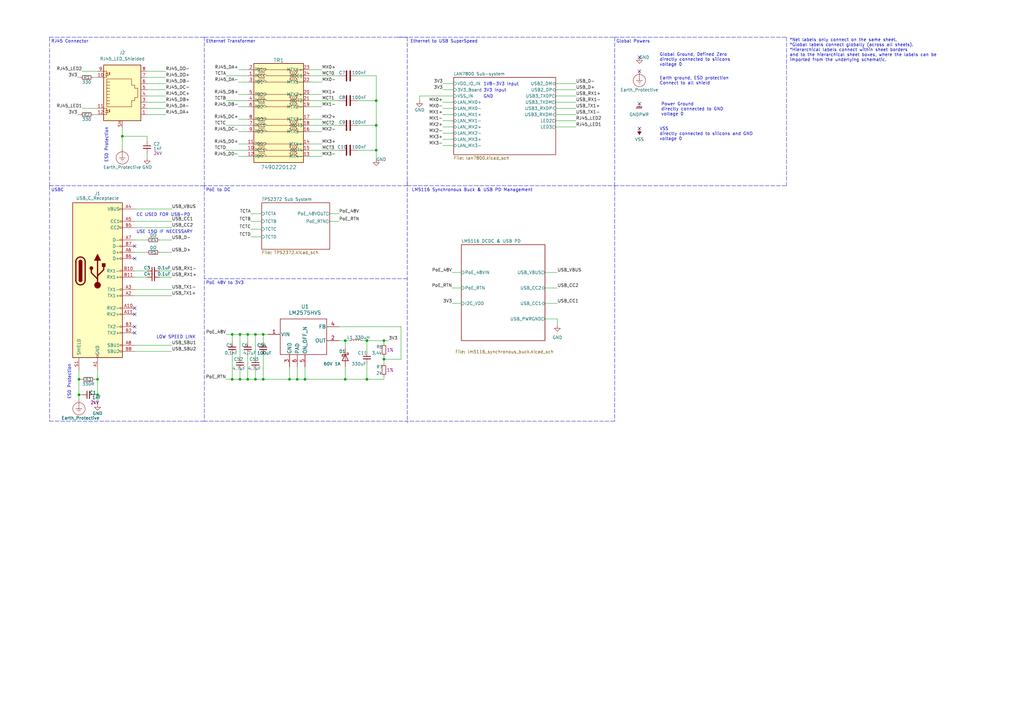
<source format=kicad_sch>
(kicad_sch (version 20211123) (generator eeschema)
  (paper "A3")
  (title_block (title "POE++ Adapter") (date "2022-06-30") (rev "V0.1") (company "Zihao Pu,  Yuqi Fu"))
  (lib_symbols
    (symbol "Connector:RJ45_LED_Shielded" (pin_names (offset 1.016))
      (property "Reference" "J" (at -5.08 13.97 0))
      (property "Value" "RJ45_LED_Shielded" (at 1.27 13.97 0))
      (symbol "RJ45_LED_Shielded_1_1"
        (pin passive line (at 10.16 -7.62 180) (length 2.54) (name "~") (number "1"))
        (pin passive line (at -10.16 7.62 0) (length 2.54) (name "~") (number "10"))
        (pin passive line (at -10.16 -5.08 0) (length 2.54) (name "~") (number "11"))
        (pin passive line (at -10.16 -7.62 0) (length 2.54) (name "~") (number "12"))
        (pin passive line (at 10.16 -5.08 180) (length 2.54) (name "~") (number "2"))
        (pin passive line (at 10.16 -2.54 180) (length 2.54) (name "~") (number "3"))
        (pin passive line (at 10.16 0 180) (length 2.54) (name "~") (number "4"))
        (pin passive line (at 10.16 2.54 180) (length 2.54) (name "~") (number "5"))
        (pin passive line (at 10.16 5.08 180) (length 2.54) (name "~") (number "6"))
        (pin passive line (at 10.16 7.62 180) (length 2.54) (name "~") (number "7"))
        (pin passive line (at 10.16 10.16 180) (length 2.54) (name "~") (number "8"))
        (pin passive line (at -10.16 10.16 0) (length 2.54) (name "~") (number "9"))
        (pin passive line (at 0 -12.7 90) (length 2.54) (name "~") (number "SH"))
      )
    )
    (symbol "Connector:USB_C_Receptacle" (pin_names (offset 1.016))
      (property "Reference" "J" (at -10.16 29.21 0))
      (property "Value" "USB_C_Receptacle" (at 10.16 29.21 0))
      (symbol "USB_C_Receptacle_1_1"
        (pin passive line (at 0 -40.64 90) (length 5.08) (name "GND") (number "A1"))
        (pin bidirectional line (at 15.24 -15.24 180) (length 5.08) (name "RX2-") (number "A10"))
        (pin bidirectional line (at 15.24 -17.78 180) (length 5.08) (name "RX2+") (number "A11"))
        (pin passive line (at 0 -40.64 90) (length 5.08) hide (name "GND") (number "A12"))
        (pin bidirectional line (at 15.24 -10.16 180) (length 5.08) (name "TX1+") (number "A2"))
        (pin bidirectional line (at 15.24 -7.62 180) (length 5.08) (name "TX1-") (number "A3"))
        (pin passive line (at 15.24 25.4 180) (length 5.08) (name "VBUS") (number "A4"))
        (pin bidirectional line (at 15.24 20.32 180) (length 5.08) (name "CC1") (number "A5"))
        (pin bidirectional line (at 15.24 7.62 180) (length 5.08) (name "D+") (number "A6"))
        (pin bidirectional line (at 15.24 12.7 180) (length 5.08) (name "D-") (number "A7"))
        (pin bidirectional line (at 15.24 -30.48 180) (length 5.08) (name "SBU1") (number "A8"))
        (pin passive line (at 15.24 25.4 180) (length 5.08) hide (name "VBUS") (number "A9"))
        (pin passive line (at 0 -40.64 90) (length 5.08) hide (name "GND") (number "B1"))
        (pin bidirectional line (at 15.24 0 180) (length 5.08) (name "RX1-") (number "B10"))
        (pin bidirectional line (at 15.24 -2.54 180) (length 5.08) (name "RX1+") (number "B11"))
        (pin passive line (at 0 -40.64 90) (length 5.08) hide (name "GND") (number "B12"))
        (pin bidirectional line (at 15.24 -25.4 180) (length 5.08) (name "TX2+") (number "B2"))
        (pin bidirectional line (at 15.24 -22.86 180) (length 5.08) (name "TX2-") (number "B3"))
        (pin passive line (at 15.24 25.4 180) (length 5.08) hide (name "VBUS") (number "B4"))
        (pin bidirectional line (at 15.24 17.78 180) (length 5.08) (name "CC2") (number "B5"))
        (pin bidirectional line (at 15.24 5.08 180) (length 5.08) (name "D+") (number "B6"))
        (pin bidirectional line (at 15.24 10.16 180) (length 5.08) (name "D-") (number "B7"))
        (pin bidirectional line (at 15.24 -33.02 180) (length 5.08) (name "SBU2") (number "B8"))
        (pin passive line (at 15.24 25.4 180) (length 5.08) hide (name "VBUS") (number "B9"))
        (pin passive line (at -7.62 -40.64 90) (length 5.08) (name "SHIELD") (number "S1"))
      )
    )
    (symbol "Device:C" (pin_numbers hide) (pin_names (offset 0.254))
      (property "Reference" "C" (at 0.635 2.54 0))
      (property "Value" "C" (at 0.635 -2.54 0))
      (symbol "C_1_1"
        (pin passive line (at 0 3.81 270) (length 2.794) (name "~") (number "1"))
        (pin passive line (at 0 -3.81 90) (length 2.794) (name "~") (number "2"))
      )
    )
    (symbol "Device:C_Small" (pin_numbers hide) (pin_names (offset 0.254) hide)
      (property "Reference" "C" (at 0.254 1.778 0))
      (property "Value" "C_Small" (at 0.254 -2.032 0))
      (symbol "C_Small_1_1"
        (pin passive line (at 0 2.54 270) (length 2.032) (name "~") (number "1"))
        (pin passive line (at 0 -2.54 90) (length 2.032) (name "~") (number "2"))
      )
    )
    (symbol "Device:D_Schottky" (pin_numbers hide) (pin_names (offset 1.016) hide)
      (property "Reference" "D" (at 0 2.54 0))
      (property "Value" "D_Schottky" (at 0 -2.54 0))
      (symbol "D_Schottky_1_1"
        (pin passive line (at -3.81 0 0) (length 2.54) (name "K") (number "1"))
        (pin passive line (at 3.81 0 180) (length 2.54) (name "A") (number "2"))
      )
    )
    (symbol "Device:L_Small" (pin_numbers hide) (pin_names (offset 0.254) hide)
      (property "Reference" "L" (at 0.762 1.016 0))
      (property "Value" "L_Small" (at 0.762 -1.016 0))
      (symbol "L_Small_1_1"
        (pin passive line (at 0 2.54 270) (length 0.508) (name "~") (number "1"))
        (pin passive line (at 0 -2.54 90) (length 0.508) (name "~") (number "2"))
      )
    )
    (symbol "Device:R_Small" (pin_numbers hide) (pin_names (offset 0.254) hide)
      (property "Reference" "R" (at 0.762 0.508 0))
      (property "Value" "R_Small" (at 0.762 -1.016 0))
      (symbol "R_Small_1_1"
        (pin passive line (at 0 2.54 270) (length 0.762) (name "~") (number "1"))
        (pin passive line (at 0 -2.54 90) (length 0.762) (name "~") (number "2"))
      )
    )
    (symbol "LM2575HV:LM2575HVS" (pin_names (offset 0.254))
      (property "Reference" "U" (at 0 10.795 0))
      (property "Value" "LM2575HVS" (at 0 8.89 0))
      (symbol "LM2575HVS_1_1"
        (pin power_in line (at -14.605 1.27 0) (length 5.08) (name "VIN") (number "1"))
        (pin output line (at 14.605 -1.27 180) (length 5.08) (name "OUT") (number "2"))
        (pin power_in line (at -5.715 -12.065 90) (length 5.08) (name "GND") (number "3"))
        (pin input line (at 14.605 4.445 180) (length 5.08) (name "FB") (number "4"))
        (pin input line (at 0.635 -12.065 90) (length 5.08) (name "ON_OFF_N") (number "5"))
        (pin unspecified line (at -2.54 -12.065 90) (length 5.08) (name "PAD") (number "6"))
      )
    )
    (symbol "R_Small_1" (pin_numbers hide) (pin_names (offset 0.254) hide)
      (property "Reference" "R" (at 0.762 0.508 0))
      (property "Value" "R_Small_1" (at 0.762 -1.016 0))
      (symbol "R_Small_1_1_1"
        (pin passive line (at 0 2.54 270) (length 0.762) (name "~") (number "1"))
        (pin passive line (at 0 -2.54 90) (length 0.762) (name "~") (number "2"))
      )
    )
    (symbol "TR1:7490220122" (pin_names (offset 0.254))
      (property "Reference" "TR1" (at 20.955 6.35 0))
      (property "Value" "7490220122" (at 20.955 -37.465 0))
      (symbol "7490220122_0_1"
        (pin passive line (at 8.255 0 0) (length 2.54) (name "TCT1") (number "1"))
        (pin passive line (at 8.255 -30.48 0) (length 2.54) (name "TCT4") (number "10"))
        (pin passive line (at 8.255 -27.94 0) (length 2.54) (name "TD4+") (number "11"))
        (pin passive line (at 8.255 -33.02 0) (length 2.54) (name "TD4-") (number "12"))
        (pin passive line (at 33.655 -33.02 180) (length 2.54) (name "MX4-") (number "13"))
        (pin passive line (at 33.655 -27.94 180) (length 2.54) (name "MX4+") (number "14"))
        (pin passive line (at 33.655 -30.48 180) (length 2.54) (name "MCT4") (number "15"))
        (pin passive line (at 33.655 -22.86 180) (length 2.54) (name "MTX3-") (number "16"))
        (pin passive line (at 33.655 -17.78 180) (length 2.54) (name "MTX3+") (number "17"))
        (pin passive line (at 33.655 -20.32 180) (length 2.54) (name "MCT3") (number "18"))
        (pin passive line (at 33.655 -12.7 180) (length 2.54) (name "MTX2-") (number "19"))
        (pin passive line (at 8.255 2.54 0) (length 2.54) (name "TD1+") (number "2"))
        (pin passive line (at 33.655 -7.62 180) (length 2.54) (name "MTX2+") (number "20"))
        (pin passive line (at 33.655 -10.16 180) (length 2.54) (name "MCT2") (number "21"))
        (pin passive line (at 33.655 -2.54 180) (length 2.54) (name "MTX1-") (number "22"))
        (pin passive line (at 33.655 2.54 180) (length 2.54) (name "MTX1+") (number "23"))
        (pin passive line (at 33.655 0 180) (length 2.54) (name "MTC1") (number "24"))
        (pin passive line (at 8.255 -2.54 0) (length 2.54) (name "TD1-") (number "3"))
        (pin passive line (at 8.255 -10.16 0) (length 2.54) (name "TCT2") (number "4"))
        (pin passive line (at 8.255 -7.62 0) (length 2.54) (name "TD2+") (number "5"))
        (pin passive line (at 8.255 -12.7 0) (length 2.54) (name "TD2-") (number "6"))
        (pin passive line (at 8.255 -20.32 0) (length 2.54) (name "TCT3") (number "7"))
        (pin passive line (at 8.255 -17.78 0) (length 2.54) (name "TD3+") (number "8"))
        (pin passive line (at 8.255 -22.86 0) (length 2.54) (name "TD3-") (number "9"))
      )
    )
    (symbol "power:Earth_Protective" (power) (pin_names (offset 0))
      (symbol "Earth_Protective_1_1"
        (pin power_in line (at 0 0 270) (length 0) hide (name "Earth_Protective") (number "1"))
      )
    )
    (symbol "power:GND" (power) (pin_names (offset 0))
      (property "Value" "GND" (at 0 -3.81 0))
      (symbol "GND_1_1"
        (pin power_in line (at 0 0 270) (length 0) hide (name "GND") (number "1"))
      )
    )
    (symbol "power:GNDPWR" (power) (pin_names (offset 0))
      (property "Value" "GNDPWR" (at 0 -3.302 0))
      (symbol "GNDPWR_1_1"
        (pin power_in line (at 0 0 270) (length 0) hide (name "GNDPWR") (number "1"))
      )
    )
    (symbol "power:VSS" (power) (pin_names (offset 0))
      (property "Value" "VSS" (at 0 3.81 0))
      (symbol "VSS_1_1"
        (pin power_in line (at 0 0 90) (length 0) hide (name "VSS") (number "1"))
      )
    )
  )
  (junction (at 98.425 155.575))
  (junction (at 154.305 41.275))
  (junction (at 154.305 51.435))
  (junction (at 101.6 155.575))
  (junction (at 141.605 155.575))
  (junction (at 150.495 155.575))
  (junction (at 107.95 155.575))
  (junction (at 104.775 137.16))
  (junction (at 118.745 155.575))
  (junction (at 154.305 61.595))
  (junction (at 95.25 155.575))
  (junction (at 40.005 161.925))
  (junction (at 141.605 139.7))
  (junction (at 40.005 155.575))
  (junction (at 125.095 155.575))
  (junction (at 95.25 137.16))
  (junction (at 150.495 139.7))
  (junction (at 101.6 137.16))
  (junction (at 157.48 147.32))
  (junction (at 157.48 139.7))
  (junction (at 32.385 161.925))
  (junction (at 107.95 137.16))
  (junction (at 50.165 55.88))
  (junction (at 98.425 137.16))
  (junction (at 121.92 155.575))
  (junction (at 104.775 155.575))
  (junction (at 32.385 155.575))
  (no_connect (at 55.245 136.525))
  (no_connect (at 55.245 126.365))
  (no_connect (at 55.245 128.905))
  (no_connect (at 55.245 133.985))
  (no_connect (at 55.245 100.965))
  (no_connect (at 55.245 106.045))
  (no_connect (at 262.255 52.705))
  (no_connect (at 262.255 42.545))
  (no_connect (at 262.255 23.495))
  (no_connect (at 262.255 29.21))
  (wire (pts (xy 65.405 103.505) (xy 70.485 103.505)))
  (wire (pts (xy 135.255 90.805) (xy 139.065 90.805)))
  (wire (pts (xy 102.87 87.63) (xy 107.315 87.63)))
  (polyline (pts (xy 252.095 15.24) (xy 252.095 76.2)))
  (wire (pts (xy 97.79 48.895) (xy 101.6 48.895)))
  (wire (pts (xy 32.385 155.575) (xy 33.655 155.575)))
  (polyline (pts (xy 167.005 114.3) (xy 83.82 114.3)))
  (wire (pts (xy 227.965 46.99) (xy 236.22 46.99)))
  (polyline (pts (xy 167.005 76.835) (xy 167.005 173.355)))
  (wire (pts (xy 181.61 54.61) (xy 186.055 54.61)))
  (wire (pts (xy 98.425 151.765) (xy 98.425 155.575)))
  (wire (pts (xy 40.005 151.765) (xy 40.005 155.575)))
  (wire (pts (xy 98.425 137.16) (xy 101.6 137.16)))
  (wire (pts (xy 139.065 133.985) (xy 164.465 133.985)))
  (wire (pts (xy 181.61 52.07) (xy 186.055 52.07)))
  (polyline (pts (xy 167.005 74.295) (xy 167.005 76.2)))
  (polyline (pts (xy 252.095 76.2) (xy 322.58 76.2)))
  (polyline (pts (xy 252.095 172.72) (xy 83.82 172.72)))
  (wire (pts (xy 97.79 59.055) (xy 101.6 59.055)))
  (wire (pts (xy 127 31.115) (xy 139.065 31.115)))
  (wire (pts (xy 154.305 51.435) (xy 154.305 61.595)))
  (wire (pts (xy 92.71 51.435) (xy 101.6 51.435)))
  (wire (pts (xy 32.385 161.925) (xy 32.385 163.83)))
  (wire (pts (xy 40.005 155.575) (xy 40.005 161.925)))
  (polyline (pts (xy 167.005 15.24) (xy 167.005 76.2)))
  (wire (pts (xy 181.61 57.15) (xy 186.055 57.15)))
  (wire (pts (xy 50.165 52.07) (xy 50.165 55.88)))
  (wire (pts (xy 148.59 139.7) (xy 150.495 139.7)))
  (wire (pts (xy 132.08 38.735) (xy 127 38.735)))
  (wire (pts (xy 146.685 61.595) (xy 154.305 61.595)))
  (wire (pts (xy 55.245 103.505) (xy 60.325 103.505)))
  (wire (pts (xy 60.325 62.865) (xy 60.325 64.77)))
  (wire (pts (xy 181.61 44.45) (xy 186.055 44.45)))
  (wire (pts (xy 104.775 151.765) (xy 104.775 155.575)))
  (wire (pts (xy 127 51.435) (xy 139.065 51.435)))
  (wire (pts (xy 92.71 31.115) (xy 101.6 31.115)))
  (wire (pts (xy 127 41.275) (xy 139.065 41.275)))
  (wire (pts (xy 181.61 34.29) (xy 186.055 34.29)))
  (wire (pts (xy 70.485 121.285) (xy 55.245 121.285)))
  (wire (pts (xy 228.6 133.35) (xy 228.6 130.81)))
  (wire (pts (xy 60.325 57.785) (xy 60.325 55.88)))
  (wire (pts (xy 32.385 155.575) (xy 32.385 161.925)))
  (wire (pts (xy 97.79 28.575) (xy 101.6 28.575)))
  (wire (pts (xy 55.245 98.425) (xy 60.325 98.425)))
  (wire (pts (xy 65.405 98.425) (xy 70.485 98.425)))
  (wire (pts (xy 164.465 147.32) (xy 157.48 147.32)))
  (wire (pts (xy 228.6 130.81) (xy 223.52 130.81)))
  (wire (pts (xy 141.605 142.875) (xy 141.605 139.7)))
  (polyline (pts (xy 322.58 15.24) (xy 322.58 76.2)))
  (polyline (pts (xy 20.32 76.2) (xy 83.82 76.2)))
  (polyline (pts (xy 252.095 76.2) (xy 252.095 172.72)))
  (wire (pts (xy 107.95 140.335) (xy 107.95 137.16)))
  (wire (pts (xy 185.42 111.76) (xy 189.23 111.76)))
  (wire (pts (xy 132.08 33.655) (xy 127 33.655)))
  (wire (pts (xy 118.745 155.575) (xy 121.92 155.575)))
  (wire (pts (xy 102.87 97.155) (xy 107.315 97.155)))
  (wire (pts (xy 33.655 29.21) (xy 40.005 29.21)))
  (wire (pts (xy 223.52 124.46) (xy 228.6 124.46)))
  (wire (pts (xy 150.495 155.575) (xy 157.48 155.575)))
  (wire (pts (xy 107.95 155.575) (xy 118.745 155.575)))
  (wire (pts (xy 33.655 161.925) (xy 32.385 161.925)))
  (wire (pts (xy 92.71 155.575) (xy 95.25 155.575)))
  (wire (pts (xy 181.61 41.91) (xy 186.055 41.91)))
  (wire (pts (xy 102.87 90.805) (xy 107.315 90.805)))
  (wire (pts (xy 125.095 150.495) (xy 125.095 155.575)))
  (polyline (pts (xy 83.82 76.2) (xy 83.82 15.24)))
  (wire (pts (xy 157.48 139.7) (xy 159.385 139.7)))
  (wire (pts (xy 121.92 150.495) (xy 121.92 155.575)))
  (wire (pts (xy 141.605 150.495) (xy 141.605 155.575)))
  (wire (pts (xy 97.79 64.135) (xy 101.6 64.135)))
  (polyline (pts (xy 20.32 15.24) (xy 83.82 15.24)))
  (wire (pts (xy 157.48 147.32) (xy 157.48 149.225)))
  (wire (pts (xy 107.95 145.415) (xy 107.95 155.575)))
  (wire (pts (xy 157.48 154.305) (xy 157.48 155.575)))
  (wire (pts (xy 107.95 137.16) (xy 109.855 137.16)))
  (wire (pts (xy 227.965 36.83) (xy 236.22 36.83)))
  (wire (pts (xy 132.08 28.575) (xy 127 28.575)))
  (wire (pts (xy 95.25 155.575) (xy 98.425 155.575)))
  (wire (pts (xy 92.71 41.275) (xy 101.6 41.275)))
  (wire (pts (xy 186.055 39.37) (xy 172.085 39.37)))
  (wire (pts (xy 146.685 31.115) (xy 154.305 31.115)))
  (polyline (pts (xy 252.095 15.24) (xy 322.58 15.24)))
  (wire (pts (xy 60.325 34.29) (xy 67.945 34.29)))
  (wire (pts (xy 50.165 60.96) (xy 50.165 55.88)))
  (wire (pts (xy 31.75 46.99) (xy 33.02 46.99)))
  (wire (pts (xy 55.245 111.125) (xy 60.325 111.125)))
  (wire (pts (xy 150.495 139.7) (xy 150.495 144.145)))
  (wire (pts (xy 70.485 118.745) (xy 55.245 118.745)))
  (wire (pts (xy 104.775 146.685) (xy 104.775 137.16)))
  (wire (pts (xy 146.685 41.275) (xy 154.305 41.275)))
  (polyline (pts (xy 83.82 76.2) (xy 83.82 172.72)))
  (wire (pts (xy 102.87 93.98) (xy 107.315 93.98)))
  (wire (pts (xy 65.405 113.665) (xy 70.485 113.665)))
  (wire (pts (xy 38.735 155.575) (xy 40.005 155.575)))
  (wire (pts (xy 67.945 36.83) (xy 60.325 36.83)))
  (wire (pts (xy 55.245 113.665) (xy 60.325 113.665)))
  (wire (pts (xy 67.945 41.91) (xy 60.325 41.91)))
  (wire (pts (xy 32.385 151.765) (xy 32.385 155.575)))
  (wire (pts (xy 101.6 145.415) (xy 101.6 155.575)))
  (wire (pts (xy 40.005 46.99) (xy 38.1 46.99)))
  (wire (pts (xy 146.685 51.435) (xy 154.305 51.435)))
  (wire (pts (xy 150.495 149.225) (xy 150.495 155.575)))
  (wire (pts (xy 101.6 137.16) (xy 104.775 137.16)))
  (wire (pts (xy 95.25 140.335) (xy 95.25 137.16)))
  (wire (pts (xy 40.005 161.925) (xy 40.005 165.735)))
  (wire (pts (xy 67.945 46.99) (xy 60.325 46.99)))
  (wire (pts (xy 92.71 61.595) (xy 101.6 61.595)))
  (wire (pts (xy 181.61 59.69) (xy 186.055 59.69)))
  (wire (pts (xy 181.61 49.53) (xy 186.055 49.53)))
  (wire (pts (xy 141.605 155.575) (xy 150.495 155.575)))
  (wire (pts (xy 95.25 137.16) (xy 98.425 137.16)))
  (wire (pts (xy 223.52 118.11) (xy 228.6 118.11)))
  (wire (pts (xy 227.965 34.29) (xy 236.22 34.29)))
  (polyline (pts (xy 20.32 76.2) (xy 20.32 172.72)))
  (wire (pts (xy 185.42 118.11) (xy 189.23 118.11)))
  (wire (pts (xy 121.92 155.575) (xy 125.095 155.575)))
  (wire (pts (xy 185.42 124.46) (xy 189.23 124.46)))
  (wire (pts (xy 104.775 137.16) (xy 107.95 137.16)))
  (wire (pts (xy 31.75 31.75) (xy 33.02 31.75)))
  (wire (pts (xy 97.79 38.735) (xy 101.6 38.735)))
  (polyline (pts (xy 20.32 172.72) (xy 83.82 172.72)))
  (wire (pts (xy 97.79 33.655) (xy 101.6 33.655)))
  (wire (pts (xy 223.52 111.76) (xy 228.6 111.76)))
  (wire (pts (xy 92.71 137.16) (xy 95.25 137.16)))
  (polyline (pts (xy 167.005 76.2) (xy 83.82 76.2)))
  (wire (pts (xy 139.065 139.7) (xy 141.605 139.7)))
  (wire (pts (xy 132.08 64.135) (xy 127 64.135)))
  (wire (pts (xy 65.405 111.125) (xy 70.485 111.125)))
  (wire (pts (xy 132.08 53.975) (xy 127 53.975)))
  (wire (pts (xy 95.25 145.415) (xy 95.25 155.575)))
  (polyline (pts (xy 167.005 76.2) (xy 252.095 76.2)))
  (wire (pts (xy 101.6 155.575) (xy 104.775 155.575)))
  (wire (pts (xy 132.08 59.055) (xy 127 59.055)))
  (polyline (pts (xy 20.32 15.24) (xy 20.32 76.2)))
  (wire (pts (xy 157.48 146.05) (xy 157.48 147.32)))
  (wire (pts (xy 181.61 36.83) (xy 186.055 36.83)))
  (wire (pts (xy 38.735 161.925) (xy 40.005 161.925)))
  (wire (pts (xy 67.945 44.45) (xy 60.325 44.45)))
  (wire (pts (xy 150.495 139.7) (xy 157.48 139.7)))
  (wire (pts (xy 70.485 93.345) (xy 55.245 93.345)))
  (wire (pts (xy 98.425 155.575) (xy 101.6 155.575)))
  (wire (pts (xy 70.485 141.605) (xy 55.245 141.605)))
  (wire (pts (xy 132.08 43.815) (xy 127 43.815)))
  (wire (pts (xy 67.945 39.37) (xy 60.325 39.37)))
  (wire (pts (xy 33.655 44.45) (xy 40.005 44.45)))
  (wire (pts (xy 157.48 139.7) (xy 157.48 140.97)))
  (wire (pts (xy 227.965 49.53) (xy 236.22 49.53)))
  (wire (pts (xy 50.165 55.88) (xy 60.325 55.88)))
  (wire (pts (xy 164.465 133.985) (xy 164.465 147.32)))
  (wire (pts (xy 143.51 139.7) (xy 141.605 139.7)))
  (wire (pts (xy 127 61.595) (xy 139.065 61.595)))
  (wire (pts (xy 125.095 155.575) (xy 141.605 155.575)))
  (wire (pts (xy 97.79 43.815) (xy 101.6 43.815)))
  (polyline (pts (xy 163.195 15.24) (xy 252.095 15.24)))
  (wire (pts (xy 227.965 44.45) (xy 236.22 44.45)))
  (wire (pts (xy 67.945 31.75) (xy 60.325 31.75)))
  (wire (pts (xy 70.485 90.805) (xy 55.245 90.805)))
  (polyline (pts (xy 83.82 15.24) (xy 167.005 15.24)))
  (wire (pts (xy 97.79 53.975) (xy 101.6 53.975)))
  (wire (pts (xy 118.745 150.495) (xy 118.745 155.575)))
  (wire (pts (xy 227.965 52.07) (xy 236.22 52.07)))
  (wire (pts (xy 98.425 146.685) (xy 98.425 137.16)))
  (wire (pts (xy 104.775 155.575) (xy 107.95 155.575)))
  (wire (pts (xy 70.485 144.145) (xy 55.245 144.145)))
  (wire (pts (xy 135.255 87.63) (xy 139.065 87.63)))
  (wire (pts (xy 70.485 85.725) (xy 55.245 85.725)))
  (wire (pts (xy 38.1 31.75) (xy 40.005 31.75)))
  (wire (pts (xy 101.6 140.335) (xy 101.6 137.16)))
  (wire (pts (xy 227.965 41.91) (xy 236.22 41.91)))
  (wire (pts (xy 60.325 29.21) (xy 67.945 29.21)))
  (wire (pts (xy 172.085 39.37) (xy 172.085 41.275)))
  (wire (pts (xy 154.305 31.115) (xy 154.305 41.275)))
  (wire (pts (xy 227.965 39.37) (xy 236.22 39.37)))
  (wire (pts (xy 132.08 48.895) (xy 127 48.895)))
  (wire (pts (xy 154.305 41.275) (xy 154.305 51.435)))
  (wire (pts (xy 154.305 61.595) (xy 154.305 65.405)))
  (wire (pts (xy 181.61 46.99) (xy 186.055 46.99)))
  (text "USE 15Ω IF NECESSARY\n" (at 55.88 95.885 0) (effects (font (size 1.27 1.27)) (justify left bottom)))
  (text "RJ45 Connector" (at 20.955 17.78 0) (effects (font (size 1.27 1.27)) (justify left bottom)))
  (text "1V8-3V3 Input\n" (at 198.247 35.306 0) (effects (font (size 1.27 1.27)) (justify left bottom)))
  (text "Ethernet to USB SuperSpeed" (at 168.275 17.78 0) (effects (font (size 1.27 1.27)) (justify left bottom)))
  (text "Ethernet Transformer" (at 84.455 17.78 0) (effects (font (size 1.27 1.27)) (justify left bottom)))
  (text "PoE to DC\n" (at 84.455 78.74 0) (effects (font (size 1.27 1.27)) (justify left bottom)))
  (text "Earth ground, ESD protection\nConnect to all shield" (at 270.51 34.925 0) (effects (font (size 1.27 1.27)) (justify left bottom)))
  (text "Global Ground, Defined Zero\ndirectly connected to silicons\nvoltage 0" (at 270.51 27.305 0) (effects (font (size 1.27 1.27)) (justify left bottom)))
  (text "USBC" (at 20.955 78.74 0) (effects (font (size 1.27 1.27)) (justify left bottom)))
  (text "GND" (at 198.247 40.386 0) (effects (font (size 1.27 1.27)) (justify left bottom)))
  (text "3V3 Input" (at 198.247 37.846 0) (effects (font (size 1.27 1.27)) (justify left bottom)))
  (text "CC USED FOR USB-PD" (at 55.88 88.9 0) (effects (font (size 1.27 1.27)) (justify left bottom)))
  (text "ESD Protection\n" (at 29.21 163.83 90) (effects (font (size 1.27 1.27)) (justify left bottom)))
  (text "LOW SPEED LINK" (at 64.135 139.065 0) (effects (font (size 1.27 1.27)) (justify left bottom)))
  (text "ESD Protection\n" (at 44.45 66.675 90) (effects (font (size 1.27 1.27)) (justify left bottom)))
  (text "Power Ground\ndirectly connected to GND\nvoltage 0" (at 271.145 47.625 0) (effects (font (size 1.27 1.27)) (justify left bottom)))
  (text "*Net labels only connect on the same sheet.\n*Global labels connect globally (across all sheets).\n*Hierarchical labels connect within sheet borders \nand to the hierarchical sheet boxes, where the labels can be \nimported from the underlying schematic." (at 323.85 25.4 0) (effects (font (size 1.27 1.27)) (justify left bottom)))
  (text "VSS\ndirectly connected to silicons and GND\nvoltage 0" (at 270.51 57.785 0) (effects (font (size 1.27 1.27)) (justify left bottom)))
  (text "PoE 48V to 3V3" (at 84.455 116.84 0) (effects (font (size 1.27 1.27)) (justify left bottom)))
  (text "LM5116 Synchronous Buck & USB PD Management" (at 168.91 78.74 0) (effects (font (size 1.27 1.27)) (justify left bottom)))
  (text "Global Powers" (at 252.73 17.78 0) (effects (font (size 1.27 1.27)) (justify left bottom)))
  (label "MCT3" (at 132.08 61.595 0))
  (label "USB_D+" (at 236.22 36.83 0))
  (label "RJ45_DA-" (at 97.79 33.655 180))
  (label "USB_SBU1" (at 70.485 141.605 0))
  (label "USB_RX1+" (at 236.22 39.37 0))
  (label "USB_RX1-" (at 236.22 41.91 0))
  (label "3V3" (at 181.61 34.29 180))
  (label "RJ45_DC-" (at 67.945 36.83 0))
  (label "MX3+" (at 181.61 57.15 180))
  (label "TCTD" (at 102.87 97.155 180))
  (label "MX3+" (at 132.08 59.055 0))
  (label "RJ45_LED1" (at 236.22 52.07 0))
  (label "RJ45_DC-" (at 97.79 53.975 180))
  (label "MX2-" (at 181.61 54.61 180))
  (label "MX3-" (at 132.08 64.135 0))
  (label "PoE_48V" (at 92.71 137.16 180))
  (label "RJ45_DB-" (at 97.79 43.815 180))
  (label "TCTB" (at 92.71 41.275 180))
  (label "RJ45_DD-" (at 67.945 29.21 0))
  (label "USB_RX1+" (at 70.485 113.665 0))
  (label "USB_SBU2" (at 70.485 144.145 0))
  (label "USB_D+" (at 70.485 103.505 0))
  (label "RJ45_DA-" (at 67.945 44.45 0))
  (label "3V3" (at 181.61 36.83 180))
  (label "MX2-" (at 132.08 53.975 0))
  (label "MX3-" (at 181.61 59.69 180))
  (label "RJ45_LED1" (at 33.655 44.45 180))
  (label "TCTC" (at 102.87 93.98 180))
  (label "MCT0" (at 132.08 31.115 0))
  (label "USB_TX1-" (at 236.22 46.99 0))
  (label "MCT2" (at 132.08 51.435 0))
  (label "MX1-" (at 132.08 43.815 0))
  (label "TCTB" (at 102.87 90.805 180))
  (label "PoE_RTN" (at 185.42 118.11 180))
  (label "MX0+" (at 181.61 41.91 180))
  (label "MX1+" (at 132.08 38.735 0))
  (label "MX0-" (at 132.08 33.655 0))
  (label "USB_VBUS" (at 70.485 85.725 0))
  (label "RJ45_DA+" (at 97.79 28.575 180))
  (label "PoE_48V" (at 139.065 87.63 0))
  (label "RJ45_DB-" (at 67.945 34.29 0))
  (label "3V3" (at 185.42 124.46 180))
  (label "USB_CC1" (at 228.6 124.46 0))
  (label "MX1+" (at 181.61 46.99 180))
  (label "USB_CC1" (at 70.485 90.805 0))
  (label "RJ45_LED2" (at 236.22 49.53 0))
  (label "USB_CC2" (at 228.6 118.11 0))
  (label "TCTD" (at 92.71 61.595 180))
  (label "PoE_RTN" (at 139.065 90.805 0))
  (label "RJ45_DD-" (at 97.79 64.135 180))
  (label "USB_RX1-" (at 70.485 111.125 0))
  (label "USB_VBUS" (at 228.6 111.76 0))
  (label "3V3" (at 31.75 46.99 180))
  (label "PoE_RTN" (at 92.71 155.575 180))
  (label "3V3" (at 31.75 31.75 180))
  (label "RJ45_DC+" (at 97.79 48.895 180))
  (label "TCTA" (at 92.71 31.115 180))
  (label "RJ45_DC+" (at 67.945 39.37 0))
  (label "USB_TX1-" (at 70.485 118.745 0))
  (label "RJ45_DD+" (at 67.945 31.75 0))
  (label "RJ45_LED2" (at 33.655 29.21 180))
  (label "RJ45_DA+" (at 67.945 46.99 0))
  (label "USB_D-" (at 236.22 34.29 0))
  (label "USB_D-" (at 70.485 98.425 0))
  (label "TCTA" (at 102.87 87.63 180))
  (label "MX2+" (at 181.61 52.07 180))
  (label "MX1-" (at 181.61 49.53 180))
  (label "3V3" (at 159.385 139.7 0))
  (label "MCT1" (at 132.08 41.275 0))
  (label "MX0-" (at 181.61 44.45 180))
  (label "RJ45_DB+" (at 67.945 41.91 0))
  (label "RJ45_DB+" (at 97.79 38.735 180))
  (label "USB_CC2" (at 70.485 93.345 0))
  (label "TCTC" (at 92.71 51.435 180))
  (label "MX0+" (at 132.08 28.575 0))
  (label "USB_TX1+" (at 70.485 121.285 0))
  (label "RJ45_DD+" (at 97.79 59.055 180))
  (label "MX2+" (at 132.08 48.895 0))
  (label "PoE_48V" (at 185.42 111.76 180))
  (label "USB_TX1+" (at 236.22 44.45 0))
  (symbol (lib_id "Device:C") (at 142.875 31.115 270) (unit 1)
    (property "Reference" "C7" (at 140.335 29.845 90))
    (property "Value" "100nF" (at 147.32 29.845 90))
    (property "Footprint" "Capacitor_SMD:C_1206_3216Metric" (effects hide))
    (property "Datasheet" "https://item.szlcsc.com/111477.html" (effects hide))
  )
  (symbol (lib_id "Device:C_Small") (at 62.865 113.665 90) (unit 1)
    (property "Reference" "C4" (at 60.325 112.395 90))
    (property "Value" "0.1uF" (at 67.31 112.395 90))
    (property "Footprint" "Capacitor_SMD:C_0603_1608Metric" (effects hide))
  )
  (symbol (lib_id "Device:R_Small") (at 36.195 155.575 90) (unit 1)
    (property "Reference" "R3" (at 36.195 155.575 90))
    (property "Value" "330R" (at 36.195 157.48 90))
    (property "Footprint" "Resistor_SMD:R_0603_1608Metric" (effects hide))
  )
  (symbol (lib_id "power:GND") (at 40.005 165.735 0) (unit 1)
    (property "Reference" "#PWR04" (effects hide))
    (property "Value" "GND" (at 40.005 169.545 0))
  )
  (symbol (lib_id "Device:C_Small") (at 150.495 146.685 0) (unit 1)
    (property "Reference" "C11" (at 146.685 144.78 0) (effects (justify left)))
    (property "Value" "330uF" (at 144.145 149.225 0) (effects (justify left)))
    (property "Footprint" "Capacitor_SMD:CP_Elec_8x10" (effects hide))
    (property "Datasheet" "https://item.szlcsc.com/190127.html" (effects hide))
  )
  (symbol (lib_id "power:GND") (at 60.325 64.77 0) (mirror y) (unit 1)
    (property "Reference" "#PWR06" (effects hide))
    (property "Value" "GND" (at 60.325 68.58 0))
  )
  (symbol (lib_name "R_Small_1") (lib_id "Device:R_Small") (at 35.56 31.75 90) (unit 1)
    (property "Reference" "R1" (at 35.56 31.75 90))
    (property "Value" "330" (at 35.56 33.655 90))
    (property "Footprint" "Resistor_SMD:R_0603_1608Metric" (effects hide))
  )
  (symbol (lib_id "power:GNDPWR") (at 262.255 42.545 0) (unit 1)
    (property "Reference" "#PWR012" (effects hide))
    (property "Value" "GNDPWR" (at 262.128 46.99 0))
  )
  (symbol (lib_id "Connector:RJ45_LED_Shielded") (at 50.165 39.37 0) (unit 1)
    (property "Reference" "J2" (at 50.165 21.59 0))
    (property "Value" "RJ45_LED_Shielded" (at 50.165 24.13 0))
    (property "Footprint" "Connector_RJ:RJ45_Amphenol_RJHSE538X" (effects hide))
    (property "Datasheet" "https://item.szlcsc.com/136343.html" (effects hide))
  )
  (symbol (lib_id "power:GND") (at 172.085 41.275 0) (unit 1)
    (property "Reference" "#PWR08" (effects hide))
    (property "Value" "GND" (at 172.085 45.085 0))
  )
  (symbol (lib_id "Device:R_Small") (at 62.865 103.505 90) (unit 1)
    (property "Reference" "R5" (at 62.865 103.505 90))
    (property "Value" "0Ω" (at 62.865 101.6 90))
    (property "Footprint" "Resistor_SMD:R_0603_1608Metric" (effects hide))
  )
  (symbol (lib_id "Device:C_Small") (at 107.95 142.875 0) (unit 1)
    (property "Reference" "C54" (at 105.41 141.605 0) (effects (justify left)))
    (property "Value" "100uF" (at 105.41 144.78 0) (effects (justify left)))
    (property "Footprint" "Capacitor_SMD:CP_Elec_10x10" (effects hide))
    (property "Datasheet" "https://www.digikey.ca/en/products/detail/kemet/A768MS107M1JLAE027/13420050" (effects hide))
  )
  (symbol (lib_id "LM2575HV:LM2575HVS") (at 124.46 138.43 0) (unit 1)
    (property "Reference" "U1" (at 125.095 125.73 0) (effects (font (size 1.524 1.524))))
    (property "Value" "LM2575HVS" (at 125.095 128.27 0) (effects (font (size 1.524 1.524))))
    (property "Footprint" "PoE_Devices:LM2575HVS-12" (effects hide))
    (property "Datasheet" "https://www.ti.com/lit/ds/symlink/lm2575hv.pdf" (effects hide))
  )
  (symbol (lib_id "Device:L_Small") (at 146.05 139.7 90) (unit 1)
    (property "Reference" "L1" (at 143.51 138.43 90))
    (property "Value" "330uH" (at 148.59 138.43 90))
    (property "Footprint" "Inductor_SMD:L_12x12mm_H8mm" (effects hide))
    (property "Datasheet" "https://item.szlcsc.com/3264940.html" (effects hide))
  )
  (symbol (lib_id "Device:C_Small") (at 101.6 142.875 0) (unit 1)
    (property "Reference" "C6" (at 99.06 141.605 0) (effects (justify left)))
    (property "Value" "4.7uF" (at 99.695 144.78 0) (effects (justify left)))
    (property "Footprint" "Capacitor_SMD:C_1206_3216Metric" (effects hide))
  )
  (symbol (lib_id "power:VSS") (at 262.255 52.705 180) (unit 1)
    (property "Reference" "#PWR013" (effects hide))
    (property "Value" "VSS" (at 262.255 57.15 0))
  )
  (symbol (lib_id "Device:C_Small") (at 62.865 111.125 90) (unit 1)
    (property "Reference" "C3" (at 60.325 109.855 90))
    (property "Value" "0.1uF" (at 67.31 109.855 90))
    (property "Footprint" "Capacitor_SMD:C_0603_1608Metric" (effects hide))
  )
  (symbol (lib_id "Device:C_Small") (at 104.775 149.225 0) (unit 1)
    (property "Reference" "C53" (at 102.235 147.32 0) (effects (justify left)))
    (property "Value" "4.7uF" (at 101.6 151.13 0) (effects (justify left)))
    (property "Footprint" "Capacitor_SMD:C_1206_3216Metric" (effects hide))
  )
  (symbol (lib_id "Device:C") (at 142.875 41.275 270) (unit 1)
    (property "Reference" "C8" (at 140.335 40.005 90))
    (property "Value" "100nF" (at 147.32 40.005 90))
    (property "Footprint" "Capacitor_SMD:C_1206_3216Metric" (effects hide))
    (property "Datasheet" "https://item.szlcsc.com/111477.html" (effects hide))
  )
  (symbol (lib_id "Device:C_Small") (at 98.425 149.225 0) (unit 1)
    (property "Reference" "C52" (at 95.885 147.32 0) (effects (justify left)))
    (property "Value" "4.7uF" (at 95.25 151.13 0) (effects (justify left)))
    (property "Footprint" "Capacitor_SMD:C_1206_3216Metric" (effects hide))
  )
  (symbol (lib_id "Device:D_Schottky") (at 141.605 146.685 270) (unit 1)
    (property "Reference" "D1" (at 139.065 144.145 90) (effects (justify left)))
    (property "Value" "60V 1A" (at 132.715 149.225 90) (effects (justify left)))
    (property "Footprint" "Diode_SMD:D_SMA" (effects hide))
    (property "Datasheet" "https://item.szlcsc.com/25526.html" (effects hide))
  )
  (symbol (lib_id "Device:R_Small") (at 62.865 98.425 90) (unit 1)
    (property "Reference" "R4" (at 62.865 98.425 90))
    (property "Value" "0Ω" (at 62.865 96.52 90))
    (property "Footprint" "Resistor_SMD:R_0603_1608Metric" (effects hide))
  )
  (symbol (lib_id "power:Earth_Protective") (at 50.165 60.96 0) (unit 1)
    (property "Reference" "#PWR05" (effects hide))
    (property "Value" "Earth_Protective" (at 50.165 68.58 0))
  )
  (symbol (lib_id "Device:C_Small") (at 60.325 60.325 0) (unit 1)
    (property "Reference" "C2" (at 62.865 59.0612 0) (effects (justify left)))
    (property "Value" "1nF" (at 62.865 60.96 0) (effects (justify left)))
    (property "Footprint" "Resistor_SMD:R_1206_3216Metric" (effects hide))
    (property "Datasheet" "https://item.szlcsc.com/9721.html" (effects hide))
    (property "Voltage" "2kV" (at 64.77 62.865 0))
  )
  (symbol (lib_id "power:GND") (at 228.6 133.35 0) (unit 1)
    (property "Reference" "#PWR09" (effects hide))
    (property "Value" "GND" (at 228.6 138.43 0))
  )
  (symbol (lib_id "power:Earth_Protective") (at 32.385 163.83 0) (unit 1)
    (property "Reference" "#PWR03" (effects hide))
    (property "Value" "Earth_Protective" (at 33.02 171.45 0))
  )
  (symbol (lib_id "Device:C_Small") (at 95.25 142.875 0) (unit 1)
    (property "Reference" "C5" (at 92.71 141.605 0) (effects (justify left)))
    (property "Value" "0.1nF" (at 92.075 144.78 0) (effects (justify left)))
    (property "Footprint" "Capacitor_SMD:C_0603_1608Metric" (effects hide))
  )
  (symbol (lib_id "Device:C_Small") (at 36.195 161.925 90) (unit 1)
    (property "Reference" "C1" (at 38.1 161.036 90))
    (property "Value" "1nF" (at 39.624 163.068 90))
    (property "Footprint" "Capacitor_SMD:C_1206_3216Metric" (effects hide))
    (property "Datasheet" "https://item.szlcsc.com/9721.html" (effects hide))
    (property "Voltage" "2kV" (at 38.862 165.1 90))
  )
  (symbol (lib_id "power:GND") (at 262.255 23.495 0) (mirror y) (unit 1)
    (property "Reference" "#PWR010" (effects hide))
    (property "Value" "GND" (at 262.255 23.495 0) (effects (justify right)))
  )
  (symbol (lib_id "Device:C") (at 142.875 51.435 270) (unit 1)
    (property "Reference" "C9" (at 140.335 50.165 90))
    (property "Value" "100nF" (at 147.32 50.165 90))
    (property "Footprint" "Capacitor_SMD:C_1206_3216Metric" (effects hide))
    (property "Datasheet" "https://item.szlcsc.com/111477.html" (effects hide))
  )
  (symbol (lib_id "Device:C") (at 142.875 61.595 270) (unit 1)
    (property "Reference" "C10" (at 140.335 60.325 90))
    (property "Value" "100nF" (at 147.32 60.325 90))
    (property "Footprint" "Capacitor_SMD:C_1206_3216Metric" (effects hide))
    (property "Datasheet" "https://item.szlcsc.com/111477.html" (effects hide))
  )
  (symbol (lib_id "Device:R_Small") (at 157.48 151.765 0) (unit 1)
    (property "Reference" "R7" (at 154.305 150.495 0) (effects (justify left)))
    (property "Value" "2k" (at 154.305 153.035 0) (effects (justify left)))
    (property "Footprint" "Resistor_SMD:R_0603_1608Metric" (effects hide))
    (property "Datasheet" "https://item.szlcsc.com/23702.html" (effects hide))
    (property "Precision" "1%" (at 160.02 151.765 0))
  )
  (symbol (lib_id "Connector:USB_C_Receptacle") (at 40.005 111.125 0) (unit 1)
    (property "Reference" "J1" (at 40.005 79.375 0))
    (property "Value" "USB_C_Receptacle" (at 40.005 81.28 0))
    (property "Footprint" "Connector_USB:USB_C_Receptacle_Amphenol_12401610E4-2A_CircularHoles" (effects hide))
    (property "Datasheet" "https://www.usb.org/sites/default/files/documents/usb_type-c.zip" (effects hide))
  )
  (symbol (lib_id "power:Earth_Protective") (at 262.255 29.21 0) (unit 1)
    (property "Reference" "#PWR011" (effects hide))
    (property "Value" "Earth_Protective" (at 262.255 36.83 0))
  )
  (symbol (lib_id "power:GND") (at 154.305 65.405 0) (mirror y) (unit 1)
    (property "Reference" "#PWR07" (effects hide))
    (property "Value" "GND" (at 154.305 65.405 0) (effects (justify right)))
  )
  (symbol (lib_id "Device:R_Small") (at 35.56 46.99 90) (unit 1)
    (property "Reference" "R2" (at 35.56 46.99 90))
    (property "Value" "330" (at 35.56 48.895 90))
    (property "Footprint" "Resistor_SMD:R_0603_1608Metric" (effects hide))
  )
  (symbol (lib_id "Device:R_Small") (at 157.48 143.51 0) (unit 1)
    (property "Reference" "R6" (at 154.305 142.24 0) (effects (justify left)))
    (property "Value" "3.4k" (at 152.4 144.78 0) (effects (justify left)))
    (property "Footprint" "Resistor_SMD:R_0603_1608Metric" (effects hide))
    (property "Datasheet" "https://item.szlcsc.com/262101.html" (effects hide))
    (property "Precision" "1%" (at 160.02 143.51 0))
  )
  (symbol (lib_id "TR1:7490220122") (at 93.345 31.115 0) (unit 1)
    (property "Reference" "TR1" (at 114.3 24.765 0) (effects (font (size 1.524 1.524))))
    (property "Value" "7490220122" (at 114.3 68.58 0) (effects (font (size 1.524 1.524))))
    (property "Footprint" "PoE_Devices:7490220122" (effects hide))
    (property "Datasheet" "https://www.we-online.com/catalog/datasheet/7490220122.pdf" (effects hide))
  )
  (sheet (at 189.23 100.33) (size 34.29 39.37) (stroke (width 0.1524))
    (property "Sheet name" "LM5116 DCDC & USB PD" (at 189.23 99.6184 0) (effects (justify left bottom)))
    (property "Sheet file" "lm5116_synchronous_buck.kicad_sch" (at 186.69 143.51 0) (effects (justify left top)))
    (pin "USB_PWRGND" output (at 223.52 130.81 0))
    (pin "USB_VBUS" output (at 223.52 111.76 0))
    (pin "USB_CC1" bidirectional (at 223.52 124.46 0))
    (pin "USB_CC2" bidirectional (at 223.52 118.11 0))
    (pin "PoE_RTN" input (at 189.23 118.11 180))
    (pin "PoE_48VIN" input (at 189.23 111.76 180))
    (pin "I2C_VDD" input (at 189.23 124.46 180))
  )
  (sheet (at 107.315 83.185) (size 27.94 19.05) (stroke (width 0.1524))
    (property "Sheet name" "TPS2372 Sub System" (at 107.315 82.4734 0) (effects (justify left bottom)))
    (property "Sheet file" "TPS2372.kicad_sch" (at 107.315 102.8196 0) (effects (justify left top)))
    (pin "TCTB" input (at 107.315 90.805 180))
    (pin "TCTD" input (at 107.315 97.155 180))
    (pin "TCTC" input (at 107.315 93.98 180))
    (pin "TCTA" input (at 107.315 87.63 180))
    (pin "PoE_48VOUT" output (at 135.255 87.63 0))
    (pin "PoE_RTN" output (at 135.255 90.805 0))
  )
  (sheet (at 186.055 31.75) (size 41.91 31.75) (stroke (width 0.1524))
    (property "Sheet name" "LAN7800 Sub-system" (at 186.055 31.0384 0) (effects (justify left bottom)))
    (property "Sheet file" "lan7800.kicad_sch" (at 186.055 64.0846 0) (effects (justify left top)))
    (pin "3V3_Board" input (at 186.055 36.83 180))
    (pin "VDD_IO_IN" input (at 186.055 34.29 180))
    (pin "VSS_IN" input (at 186.055 39.37 180))
    (pin "LAN_MX1-" bidirectional (at 186.055 49.53 180))
    (pin "LAN_MX0+" bidirectional (at 186.055 41.91 180))
    (pin "LAN_MX0-" bidirectional (at 186.055 44.45 180))
    (pin "LAN_MX1+" bidirectional (at 186.055 46.99 180))
    (pin "LAN_MX2+" bidirectional (at 186.055 52.07 180))
    (pin "LAN_MX3+" bidirectional (at 186.055 57.15 180))
    (pin "LAN_MX2-" bidirectional (at 186.055 54.61 180))
    (pin "LAN_MX3-" bidirectional (at 186.055 59.69 180))
    (pin "USB3_RXDP" input (at 227.965 44.45 0))
    (pin "USB3_TXDM" output (at 227.965 41.91 0))
    (pin "USB3_RXDM" input (at 227.965 46.99 0))
    (pin "LED3" output (at 227.965 52.07 0))
    (pin "USB3_TXDP" output (at 227.965 39.37 0))
    (pin "USB2_DM" bidirectional (at 227.965 34.29 0))
    (pin "USB2_DP" bidirectional (at 227.965 36.83 0))
    (pin "LED2" output (at 227.965 49.53 0))
  )
)
</source>
